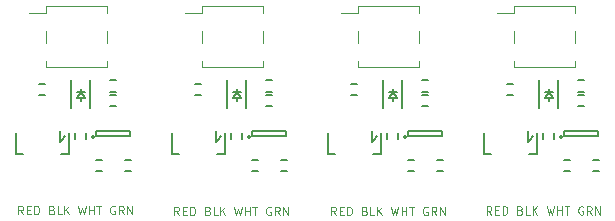
<source format=gbr>
G04 #@! TF.FileFunction,Legend,Top*
%FSLAX46Y46*%
G04 Gerber Fmt 4.6, Leading zero omitted, Abs format (unit mm)*
G04 Created by KiCad (PCBNEW 4.0.2-stable) date Tuesday, February 20, 2018 'AMt' 07:17:42 AM*
%MOMM*%
G01*
G04 APERTURE LIST*
%ADD10C,0.025400*%
%ADD11C,0.076200*%
%ADD12C,0.150000*%
%ADD13C,0.120000*%
G04 APERTURE END LIST*
D10*
D11*
X142434732Y-101439133D02*
X142197666Y-101100467D01*
X142028332Y-101439133D02*
X142028332Y-100727933D01*
X142299266Y-100727933D01*
X142366999Y-100761800D01*
X142400866Y-100795667D01*
X142434732Y-100863400D01*
X142434732Y-100965000D01*
X142400866Y-101032733D01*
X142366999Y-101066600D01*
X142299266Y-101100467D01*
X142028332Y-101100467D01*
X142739532Y-101066600D02*
X142976599Y-101066600D01*
X143078199Y-101439133D02*
X142739532Y-101439133D01*
X142739532Y-100727933D01*
X143078199Y-100727933D01*
X143382999Y-101439133D02*
X143382999Y-100727933D01*
X143552333Y-100727933D01*
X143653933Y-100761800D01*
X143721666Y-100829533D01*
X143755533Y-100897267D01*
X143789399Y-101032733D01*
X143789399Y-101134333D01*
X143755533Y-101269800D01*
X143721666Y-101337533D01*
X143653933Y-101405267D01*
X143552333Y-101439133D01*
X143382999Y-101439133D01*
X144873133Y-101066600D02*
X144974733Y-101100467D01*
X145008600Y-101134333D01*
X145042466Y-101202067D01*
X145042466Y-101303667D01*
X145008600Y-101371400D01*
X144974733Y-101405267D01*
X144907000Y-101439133D01*
X144636066Y-101439133D01*
X144636066Y-100727933D01*
X144873133Y-100727933D01*
X144940866Y-100761800D01*
X144974733Y-100795667D01*
X145008600Y-100863400D01*
X145008600Y-100931133D01*
X144974733Y-100998867D01*
X144940866Y-101032733D01*
X144873133Y-101066600D01*
X144636066Y-101066600D01*
X145685933Y-101439133D02*
X145347266Y-101439133D01*
X145347266Y-100727933D01*
X145922999Y-101439133D02*
X145922999Y-100727933D01*
X146329399Y-101439133D02*
X146024599Y-101032733D01*
X146329399Y-100727933D02*
X145922999Y-101134333D01*
X147108333Y-100727933D02*
X147277666Y-101439133D01*
X147413133Y-100931133D01*
X147548600Y-101439133D01*
X147717933Y-100727933D01*
X147988866Y-101439133D02*
X147988866Y-100727933D01*
X147988866Y-101066600D02*
X148395266Y-101066600D01*
X148395266Y-101439133D02*
X148395266Y-100727933D01*
X148632333Y-100727933D02*
X149038733Y-100727933D01*
X148835533Y-101439133D02*
X148835533Y-100727933D01*
X150190201Y-100761800D02*
X150122467Y-100727933D01*
X150020867Y-100727933D01*
X149919267Y-100761800D01*
X149851534Y-100829533D01*
X149817667Y-100897267D01*
X149783801Y-101032733D01*
X149783801Y-101134333D01*
X149817667Y-101269800D01*
X149851534Y-101337533D01*
X149919267Y-101405267D01*
X150020867Y-101439133D01*
X150088601Y-101439133D01*
X150190201Y-101405267D01*
X150224067Y-101371400D01*
X150224067Y-101134333D01*
X150088601Y-101134333D01*
X150935267Y-101439133D02*
X150698201Y-101100467D01*
X150528867Y-101439133D02*
X150528867Y-100727933D01*
X150799801Y-100727933D01*
X150867534Y-100761800D01*
X150901401Y-100795667D01*
X150935267Y-100863400D01*
X150935267Y-100965000D01*
X150901401Y-101032733D01*
X150867534Y-101066600D01*
X150799801Y-101100467D01*
X150528867Y-101100467D01*
X151240067Y-101439133D02*
X151240067Y-100727933D01*
X151646467Y-101439133D01*
X151646467Y-100727933D01*
X129277532Y-101489933D02*
X129040466Y-101151267D01*
X128871132Y-101489933D02*
X128871132Y-100778733D01*
X129142066Y-100778733D01*
X129209799Y-100812600D01*
X129243666Y-100846467D01*
X129277532Y-100914200D01*
X129277532Y-101015800D01*
X129243666Y-101083533D01*
X129209799Y-101117400D01*
X129142066Y-101151267D01*
X128871132Y-101151267D01*
X129582332Y-101117400D02*
X129819399Y-101117400D01*
X129920999Y-101489933D02*
X129582332Y-101489933D01*
X129582332Y-100778733D01*
X129920999Y-100778733D01*
X130225799Y-101489933D02*
X130225799Y-100778733D01*
X130395133Y-100778733D01*
X130496733Y-100812600D01*
X130564466Y-100880333D01*
X130598333Y-100948067D01*
X130632199Y-101083533D01*
X130632199Y-101185133D01*
X130598333Y-101320600D01*
X130564466Y-101388333D01*
X130496733Y-101456067D01*
X130395133Y-101489933D01*
X130225799Y-101489933D01*
X131715933Y-101117400D02*
X131817533Y-101151267D01*
X131851400Y-101185133D01*
X131885266Y-101252867D01*
X131885266Y-101354467D01*
X131851400Y-101422200D01*
X131817533Y-101456067D01*
X131749800Y-101489933D01*
X131478866Y-101489933D01*
X131478866Y-100778733D01*
X131715933Y-100778733D01*
X131783666Y-100812600D01*
X131817533Y-100846467D01*
X131851400Y-100914200D01*
X131851400Y-100981933D01*
X131817533Y-101049667D01*
X131783666Y-101083533D01*
X131715933Y-101117400D01*
X131478866Y-101117400D01*
X132528733Y-101489933D02*
X132190066Y-101489933D01*
X132190066Y-100778733D01*
X132765799Y-101489933D02*
X132765799Y-100778733D01*
X133172199Y-101489933D02*
X132867399Y-101083533D01*
X133172199Y-100778733D02*
X132765799Y-101185133D01*
X133951133Y-100778733D02*
X134120466Y-101489933D01*
X134255933Y-100981933D01*
X134391400Y-101489933D01*
X134560733Y-100778733D01*
X134831666Y-101489933D02*
X134831666Y-100778733D01*
X134831666Y-101117400D02*
X135238066Y-101117400D01*
X135238066Y-101489933D02*
X135238066Y-100778733D01*
X135475133Y-100778733D02*
X135881533Y-100778733D01*
X135678333Y-101489933D02*
X135678333Y-100778733D01*
X137033001Y-100812600D02*
X136965267Y-100778733D01*
X136863667Y-100778733D01*
X136762067Y-100812600D01*
X136694334Y-100880333D01*
X136660467Y-100948067D01*
X136626601Y-101083533D01*
X136626601Y-101185133D01*
X136660467Y-101320600D01*
X136694334Y-101388333D01*
X136762067Y-101456067D01*
X136863667Y-101489933D01*
X136931401Y-101489933D01*
X137033001Y-101456067D01*
X137066867Y-101422200D01*
X137066867Y-101185133D01*
X136931401Y-101185133D01*
X137778067Y-101489933D02*
X137541001Y-101151267D01*
X137371667Y-101489933D02*
X137371667Y-100778733D01*
X137642601Y-100778733D01*
X137710334Y-100812600D01*
X137744201Y-100846467D01*
X137778067Y-100914200D01*
X137778067Y-101015800D01*
X137744201Y-101083533D01*
X137710334Y-101117400D01*
X137642601Y-101151267D01*
X137371667Y-101151267D01*
X138082867Y-101489933D02*
X138082867Y-100778733D01*
X138489267Y-101489933D01*
X138489267Y-100778733D01*
X115993332Y-101489933D02*
X115756266Y-101151267D01*
X115586932Y-101489933D02*
X115586932Y-100778733D01*
X115857866Y-100778733D01*
X115925599Y-100812600D01*
X115959466Y-100846467D01*
X115993332Y-100914200D01*
X115993332Y-101015800D01*
X115959466Y-101083533D01*
X115925599Y-101117400D01*
X115857866Y-101151267D01*
X115586932Y-101151267D01*
X116298132Y-101117400D02*
X116535199Y-101117400D01*
X116636799Y-101489933D02*
X116298132Y-101489933D01*
X116298132Y-100778733D01*
X116636799Y-100778733D01*
X116941599Y-101489933D02*
X116941599Y-100778733D01*
X117110933Y-100778733D01*
X117212533Y-100812600D01*
X117280266Y-100880333D01*
X117314133Y-100948067D01*
X117347999Y-101083533D01*
X117347999Y-101185133D01*
X117314133Y-101320600D01*
X117280266Y-101388333D01*
X117212533Y-101456067D01*
X117110933Y-101489933D01*
X116941599Y-101489933D01*
X118431733Y-101117400D02*
X118533333Y-101151267D01*
X118567200Y-101185133D01*
X118601066Y-101252867D01*
X118601066Y-101354467D01*
X118567200Y-101422200D01*
X118533333Y-101456067D01*
X118465600Y-101489933D01*
X118194666Y-101489933D01*
X118194666Y-100778733D01*
X118431733Y-100778733D01*
X118499466Y-100812600D01*
X118533333Y-100846467D01*
X118567200Y-100914200D01*
X118567200Y-100981933D01*
X118533333Y-101049667D01*
X118499466Y-101083533D01*
X118431733Y-101117400D01*
X118194666Y-101117400D01*
X119244533Y-101489933D02*
X118905866Y-101489933D01*
X118905866Y-100778733D01*
X119481599Y-101489933D02*
X119481599Y-100778733D01*
X119887999Y-101489933D02*
X119583199Y-101083533D01*
X119887999Y-100778733D02*
X119481599Y-101185133D01*
X120666933Y-100778733D02*
X120836266Y-101489933D01*
X120971733Y-100981933D01*
X121107200Y-101489933D01*
X121276533Y-100778733D01*
X121547466Y-101489933D02*
X121547466Y-100778733D01*
X121547466Y-101117400D02*
X121953866Y-101117400D01*
X121953866Y-101489933D02*
X121953866Y-100778733D01*
X122190933Y-100778733D02*
X122597333Y-100778733D01*
X122394133Y-101489933D02*
X122394133Y-100778733D01*
X123748801Y-100812600D02*
X123681067Y-100778733D01*
X123579467Y-100778733D01*
X123477867Y-100812600D01*
X123410134Y-100880333D01*
X123376267Y-100948067D01*
X123342401Y-101083533D01*
X123342401Y-101185133D01*
X123376267Y-101320600D01*
X123410134Y-101388333D01*
X123477867Y-101456067D01*
X123579467Y-101489933D01*
X123647201Y-101489933D01*
X123748801Y-101456067D01*
X123782667Y-101422200D01*
X123782667Y-101185133D01*
X123647201Y-101185133D01*
X124493867Y-101489933D02*
X124256801Y-101151267D01*
X124087467Y-101489933D02*
X124087467Y-100778733D01*
X124358401Y-100778733D01*
X124426134Y-100812600D01*
X124460001Y-100846467D01*
X124493867Y-100914200D01*
X124493867Y-101015800D01*
X124460001Y-101083533D01*
X124426134Y-101117400D01*
X124358401Y-101151267D01*
X124087467Y-101151267D01*
X124798667Y-101489933D02*
X124798667Y-100778733D01*
X125205067Y-101489933D01*
X125205067Y-100778733D01*
X102785332Y-101413733D02*
X102548266Y-101075067D01*
X102378932Y-101413733D02*
X102378932Y-100702533D01*
X102649866Y-100702533D01*
X102717599Y-100736400D01*
X102751466Y-100770267D01*
X102785332Y-100838000D01*
X102785332Y-100939600D01*
X102751466Y-101007333D01*
X102717599Y-101041200D01*
X102649866Y-101075067D01*
X102378932Y-101075067D01*
X103090132Y-101041200D02*
X103327199Y-101041200D01*
X103428799Y-101413733D02*
X103090132Y-101413733D01*
X103090132Y-100702533D01*
X103428799Y-100702533D01*
X103733599Y-101413733D02*
X103733599Y-100702533D01*
X103902933Y-100702533D01*
X104004533Y-100736400D01*
X104072266Y-100804133D01*
X104106133Y-100871867D01*
X104139999Y-101007333D01*
X104139999Y-101108933D01*
X104106133Y-101244400D01*
X104072266Y-101312133D01*
X104004533Y-101379867D01*
X103902933Y-101413733D01*
X103733599Y-101413733D01*
X105223733Y-101041200D02*
X105325333Y-101075067D01*
X105359200Y-101108933D01*
X105393066Y-101176667D01*
X105393066Y-101278267D01*
X105359200Y-101346000D01*
X105325333Y-101379867D01*
X105257600Y-101413733D01*
X104986666Y-101413733D01*
X104986666Y-100702533D01*
X105223733Y-100702533D01*
X105291466Y-100736400D01*
X105325333Y-100770267D01*
X105359200Y-100838000D01*
X105359200Y-100905733D01*
X105325333Y-100973467D01*
X105291466Y-101007333D01*
X105223733Y-101041200D01*
X104986666Y-101041200D01*
X106036533Y-101413733D02*
X105697866Y-101413733D01*
X105697866Y-100702533D01*
X106273599Y-101413733D02*
X106273599Y-100702533D01*
X106679999Y-101413733D02*
X106375199Y-101007333D01*
X106679999Y-100702533D02*
X106273599Y-101108933D01*
X107458933Y-100702533D02*
X107628266Y-101413733D01*
X107763733Y-100905733D01*
X107899200Y-101413733D01*
X108068533Y-100702533D01*
X108339466Y-101413733D02*
X108339466Y-100702533D01*
X108339466Y-101041200D02*
X108745866Y-101041200D01*
X108745866Y-101413733D02*
X108745866Y-100702533D01*
X108982933Y-100702533D02*
X109389333Y-100702533D01*
X109186133Y-101413733D02*
X109186133Y-100702533D01*
X110540801Y-100736400D02*
X110473067Y-100702533D01*
X110371467Y-100702533D01*
X110269867Y-100736400D01*
X110202134Y-100804133D01*
X110168267Y-100871867D01*
X110134401Y-101007333D01*
X110134401Y-101108933D01*
X110168267Y-101244400D01*
X110202134Y-101312133D01*
X110269867Y-101379867D01*
X110371467Y-101413733D01*
X110439201Y-101413733D01*
X110540801Y-101379867D01*
X110574667Y-101346000D01*
X110574667Y-101108933D01*
X110439201Y-101108933D01*
X111285867Y-101413733D02*
X111048801Y-101075067D01*
X110879467Y-101413733D02*
X110879467Y-100702533D01*
X111150401Y-100702533D01*
X111218134Y-100736400D01*
X111252001Y-100770267D01*
X111285867Y-100838000D01*
X111285867Y-100939600D01*
X111252001Y-101007333D01*
X111218134Y-101041200D01*
X111150401Y-101075067D01*
X110879467Y-101075067D01*
X111590667Y-101413733D02*
X111590667Y-100702533D01*
X111997067Y-101413733D01*
X111997067Y-100702533D01*
D12*
X104644000Y-90355400D02*
X104144000Y-90355400D01*
X104144000Y-91305400D02*
X104644000Y-91305400D01*
X108145600Y-95017400D02*
X108145600Y-94517400D01*
X107195600Y-94517400D02*
X107195600Y-95017400D01*
X107670600Y-91588400D02*
X107670600Y-91838400D01*
X107670600Y-91088400D02*
X107670600Y-90838400D01*
X107670600Y-91088400D02*
X108020600Y-91588400D01*
X108020600Y-91588400D02*
X107320600Y-91588400D01*
X107320600Y-91588400D02*
X107670600Y-91088400D01*
X108020600Y-91088400D02*
X107320600Y-91088400D01*
X106870600Y-90038400D02*
X106870600Y-92438400D01*
X108470600Y-90038400D02*
X108470600Y-92438400D01*
X108970000Y-97782400D02*
X109470000Y-97782400D01*
X109470000Y-96832400D02*
X108970000Y-96832400D01*
X110663800Y-90076000D02*
X110163800Y-90076000D01*
X110163800Y-91026000D02*
X110663800Y-91026000D01*
X111383000Y-97782400D02*
X111883000Y-97782400D01*
X111883000Y-96832400D02*
X111383000Y-96832400D01*
X110663800Y-91320600D02*
X110163800Y-91320600D01*
X110163800Y-92270600D02*
X110663800Y-92270600D01*
X106293920Y-94795340D02*
X106045000Y-95095060D01*
X106045000Y-95095060D02*
X105943400Y-95244920D01*
X105943400Y-95244920D02*
X105943400Y-94396560D01*
X106644440Y-96296480D02*
X106644440Y-94495620D01*
X106644440Y-96296480D02*
X105994200Y-96296480D01*
X102143560Y-96296480D02*
X102143560Y-94495620D01*
X102143560Y-96296480D02*
X102793800Y-96296480D01*
X108853800Y-94864200D02*
G75*
G03X108853800Y-94864200I-140000J0D01*
G01*
X108963800Y-94314200D02*
X108963800Y-94814200D01*
X111863800Y-94314200D02*
X108963800Y-94314200D01*
X111863800Y-94814200D02*
X111863800Y-94314200D01*
X108963800Y-94814200D02*
X111863800Y-94814200D01*
X108784511Y-94864200D02*
G75*
G03X108784511Y-94864200I-70711J0D01*
G01*
D13*
X104715000Y-83760000D02*
X109915000Y-83760000D01*
X104715000Y-88960000D02*
X109915000Y-88960000D01*
X103275000Y-84330000D02*
X104715000Y-84330000D01*
X104715000Y-83760000D02*
X104715000Y-84330000D01*
X109915000Y-83760000D02*
X109915000Y-84330000D01*
X104715000Y-88390000D02*
X104715000Y-88960000D01*
X109915000Y-88390000D02*
X109915000Y-88960000D01*
X104715000Y-85850000D02*
X104715000Y-86870000D01*
X109915000Y-85850000D02*
X109915000Y-86870000D01*
D12*
X117852000Y-90355400D02*
X117352000Y-90355400D01*
X117352000Y-91305400D02*
X117852000Y-91305400D01*
X121353600Y-95017400D02*
X121353600Y-94517400D01*
X120403600Y-94517400D02*
X120403600Y-95017400D01*
X131060000Y-90355400D02*
X130560000Y-90355400D01*
X130560000Y-91305400D02*
X131060000Y-91305400D01*
X134561600Y-95017400D02*
X134561600Y-94517400D01*
X133611600Y-94517400D02*
X133611600Y-95017400D01*
X144268000Y-90355400D02*
X143768000Y-90355400D01*
X143768000Y-91305400D02*
X144268000Y-91305400D01*
X147769600Y-95017400D02*
X147769600Y-94517400D01*
X146819600Y-94517400D02*
X146819600Y-95017400D01*
X120878600Y-91588400D02*
X120878600Y-91838400D01*
X120878600Y-91088400D02*
X120878600Y-90838400D01*
X120878600Y-91088400D02*
X121228600Y-91588400D01*
X121228600Y-91588400D02*
X120528600Y-91588400D01*
X120528600Y-91588400D02*
X120878600Y-91088400D01*
X121228600Y-91088400D02*
X120528600Y-91088400D01*
X120078600Y-90038400D02*
X120078600Y-92438400D01*
X121678600Y-90038400D02*
X121678600Y-92438400D01*
X134086600Y-91588400D02*
X134086600Y-91838400D01*
X134086600Y-91088400D02*
X134086600Y-90838400D01*
X134086600Y-91088400D02*
X134436600Y-91588400D01*
X134436600Y-91588400D02*
X133736600Y-91588400D01*
X133736600Y-91588400D02*
X134086600Y-91088400D01*
X134436600Y-91088400D02*
X133736600Y-91088400D01*
X133286600Y-90038400D02*
X133286600Y-92438400D01*
X134886600Y-90038400D02*
X134886600Y-92438400D01*
X147294600Y-91588400D02*
X147294600Y-91838400D01*
X147294600Y-91088400D02*
X147294600Y-90838400D01*
X147294600Y-91088400D02*
X147644600Y-91588400D01*
X147644600Y-91588400D02*
X146944600Y-91588400D01*
X146944600Y-91588400D02*
X147294600Y-91088400D01*
X147644600Y-91088400D02*
X146944600Y-91088400D01*
X146494600Y-90038400D02*
X146494600Y-92438400D01*
X148094600Y-90038400D02*
X148094600Y-92438400D01*
D13*
X117923000Y-83760000D02*
X123123000Y-83760000D01*
X117923000Y-88960000D02*
X123123000Y-88960000D01*
X116483000Y-84330000D02*
X117923000Y-84330000D01*
X117923000Y-83760000D02*
X117923000Y-84330000D01*
X123123000Y-83760000D02*
X123123000Y-84330000D01*
X117923000Y-88390000D02*
X117923000Y-88960000D01*
X123123000Y-88390000D02*
X123123000Y-88960000D01*
X117923000Y-85850000D02*
X117923000Y-86870000D01*
X123123000Y-85850000D02*
X123123000Y-86870000D01*
X131131000Y-83760000D02*
X136331000Y-83760000D01*
X131131000Y-88960000D02*
X136331000Y-88960000D01*
X129691000Y-84330000D02*
X131131000Y-84330000D01*
X131131000Y-83760000D02*
X131131000Y-84330000D01*
X136331000Y-83760000D02*
X136331000Y-84330000D01*
X131131000Y-88390000D02*
X131131000Y-88960000D01*
X136331000Y-88390000D02*
X136331000Y-88960000D01*
X131131000Y-85850000D02*
X131131000Y-86870000D01*
X136331000Y-85850000D02*
X136331000Y-86870000D01*
X144339000Y-83760000D02*
X149539000Y-83760000D01*
X144339000Y-88960000D02*
X149539000Y-88960000D01*
X142899000Y-84330000D02*
X144339000Y-84330000D01*
X144339000Y-83760000D02*
X144339000Y-84330000D01*
X149539000Y-83760000D02*
X149539000Y-84330000D01*
X144339000Y-88390000D02*
X144339000Y-88960000D01*
X149539000Y-88390000D02*
X149539000Y-88960000D01*
X144339000Y-85850000D02*
X144339000Y-86870000D01*
X149539000Y-85850000D02*
X149539000Y-86870000D01*
D12*
X124591000Y-97782400D02*
X125091000Y-97782400D01*
X125091000Y-96832400D02*
X124591000Y-96832400D01*
X122178000Y-97782400D02*
X122678000Y-97782400D01*
X122678000Y-96832400D02*
X122178000Y-96832400D01*
X123871800Y-91320600D02*
X123371800Y-91320600D01*
X123371800Y-92270600D02*
X123871800Y-92270600D01*
X123871800Y-90076000D02*
X123371800Y-90076000D01*
X123371800Y-91026000D02*
X123871800Y-91026000D01*
X137799000Y-97782400D02*
X138299000Y-97782400D01*
X138299000Y-96832400D02*
X137799000Y-96832400D01*
X135386000Y-97782400D02*
X135886000Y-97782400D01*
X135886000Y-96832400D02*
X135386000Y-96832400D01*
X137079800Y-91320600D02*
X136579800Y-91320600D01*
X136579800Y-92270600D02*
X137079800Y-92270600D01*
X137079800Y-90076000D02*
X136579800Y-90076000D01*
X136579800Y-91026000D02*
X137079800Y-91026000D01*
X151007000Y-97782400D02*
X151507000Y-97782400D01*
X151507000Y-96832400D02*
X151007000Y-96832400D01*
X148594000Y-97782400D02*
X149094000Y-97782400D01*
X149094000Y-96832400D02*
X148594000Y-96832400D01*
X150287800Y-91320600D02*
X149787800Y-91320600D01*
X149787800Y-92270600D02*
X150287800Y-92270600D01*
X150287800Y-90076000D02*
X149787800Y-90076000D01*
X149787800Y-91026000D02*
X150287800Y-91026000D01*
X119501920Y-94795340D02*
X119253000Y-95095060D01*
X119253000Y-95095060D02*
X119151400Y-95244920D01*
X119151400Y-95244920D02*
X119151400Y-94396560D01*
X119852440Y-96296480D02*
X119852440Y-94495620D01*
X119852440Y-96296480D02*
X119202200Y-96296480D01*
X115351560Y-96296480D02*
X115351560Y-94495620D01*
X115351560Y-96296480D02*
X116001800Y-96296480D01*
X122061800Y-94864200D02*
G75*
G03X122061800Y-94864200I-140000J0D01*
G01*
X122171800Y-94314200D02*
X122171800Y-94814200D01*
X125071800Y-94314200D02*
X122171800Y-94314200D01*
X125071800Y-94814200D02*
X125071800Y-94314200D01*
X122171800Y-94814200D02*
X125071800Y-94814200D01*
X121992511Y-94864200D02*
G75*
G03X121992511Y-94864200I-70711J0D01*
G01*
X132709920Y-94795340D02*
X132461000Y-95095060D01*
X132461000Y-95095060D02*
X132359400Y-95244920D01*
X132359400Y-95244920D02*
X132359400Y-94396560D01*
X133060440Y-96296480D02*
X133060440Y-94495620D01*
X133060440Y-96296480D02*
X132410200Y-96296480D01*
X128559560Y-96296480D02*
X128559560Y-94495620D01*
X128559560Y-96296480D02*
X129209800Y-96296480D01*
X135269800Y-94864200D02*
G75*
G03X135269800Y-94864200I-140000J0D01*
G01*
X135379800Y-94314200D02*
X135379800Y-94814200D01*
X138279800Y-94314200D02*
X135379800Y-94314200D01*
X138279800Y-94814200D02*
X138279800Y-94314200D01*
X135379800Y-94814200D02*
X138279800Y-94814200D01*
X135200511Y-94864200D02*
G75*
G03X135200511Y-94864200I-70711J0D01*
G01*
X145917920Y-94795340D02*
X145669000Y-95095060D01*
X145669000Y-95095060D02*
X145567400Y-95244920D01*
X145567400Y-95244920D02*
X145567400Y-94396560D01*
X146268440Y-96296480D02*
X146268440Y-94495620D01*
X146268440Y-96296480D02*
X145618200Y-96296480D01*
X141767560Y-96296480D02*
X141767560Y-94495620D01*
X141767560Y-96296480D02*
X142417800Y-96296480D01*
X148477800Y-94864200D02*
G75*
G03X148477800Y-94864200I-140000J0D01*
G01*
X148587800Y-94314200D02*
X148587800Y-94814200D01*
X151487800Y-94314200D02*
X148587800Y-94314200D01*
X151487800Y-94814200D02*
X151487800Y-94314200D01*
X148587800Y-94814200D02*
X151487800Y-94814200D01*
X148408511Y-94864200D02*
G75*
G03X148408511Y-94864200I-70711J0D01*
G01*
M02*

</source>
